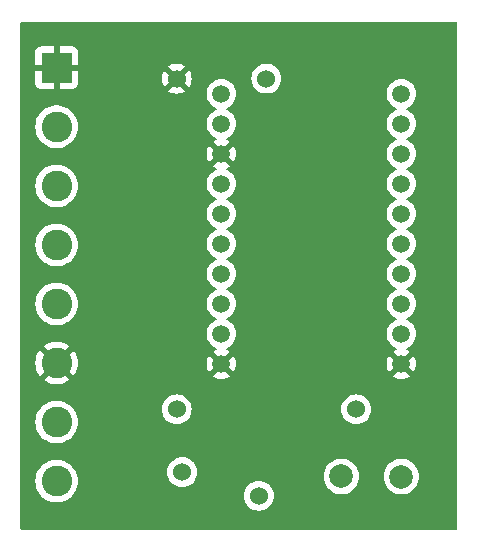
<source format=gbr>
%TF.GenerationSoftware,KiCad,Pcbnew,7.0.10*%
%TF.CreationDate,2024-02-19T12:02:35-07:00*%
%TF.ProjectId,jamie,6a616d69-652e-46b6-9963-61645f706362,rev?*%
%TF.SameCoordinates,Original*%
%TF.FileFunction,Copper,L2,Bot*%
%TF.FilePolarity,Positive*%
%FSLAX46Y46*%
G04 Gerber Fmt 4.6, Leading zero omitted, Abs format (unit mm)*
G04 Created by KiCad (PCBNEW 7.0.10) date 2024-02-19 12:02:35*
%MOMM*%
%LPD*%
G01*
G04 APERTURE LIST*
%TA.AperFunction,ComponentPad*%
%ADD10C,1.508000*%
%TD*%
%TA.AperFunction,ComponentPad*%
%ADD11C,1.524000*%
%TD*%
%TA.AperFunction,ComponentPad*%
%ADD12R,2.600000X2.600000*%
%TD*%
%TA.AperFunction,ComponentPad*%
%ADD13C,2.600000*%
%TD*%
%TA.AperFunction,ComponentPad*%
%ADD14C,2.000000*%
%TD*%
G04 APERTURE END LIST*
D10*
%TO.P,U2,0.02,0.02*%
%TO.N,/SW_0*%
X160020000Y-97790000D03*
%TO.P,U2,0.09,0.09*%
%TO.N,unconnected-(U2-Pad0.09)*%
X175260000Y-102870000D03*
%TO.P,U2,0.10,0.10*%
%TO.N,unconnected-(U2-Pad0.10)*%
X175260000Y-105410000D03*
%TO.P,U2,0.13,0.13*%
%TO.N,unconnected-(U2-Pad0.13)*%
X175260000Y-85090000D03*
%TO.P,U2,0.15,0.15*%
%TO.N,unconnected-(U2-Pad0.15)*%
X175260000Y-87630000D03*
%TO.P,U2,0.17,0.17*%
%TO.N,unconnected-(U2-Pad0.17)*%
X175260000Y-90170000D03*
%TO.P,U2,0.20,0.20*%
%TO.N,unconnected-(U2-Pad0.20)*%
X175260000Y-92710000D03*
%TO.P,U2,0.22,0.22*%
%TO.N,unconnected-(U2-Pad0.22)*%
X175260000Y-95250000D03*
%TO.P,U2,0.24,0.24*%
%TO.N,unconnected-(U2-Pad0.24)*%
X175260000Y-97790000D03*
%TO.P,U2,0.29,0.29*%
%TO.N,unconnected-(U2-Pad0.29)*%
X160020000Y-95250000D03*
%TO.P,U2,0.31,0.31*%
%TO.N,unconnected-(U2-Pad0.31)*%
X160020000Y-92710000D03*
%TO.P,U2,1.00,1.00*%
%TO.N,unconnected-(U2-Pad1.00)*%
X175260000Y-100330000D03*
%TO.P,U2,1.10,1.10*%
%TO.N,/SW_3*%
X160020000Y-105410000D03*
%TO.P,U2,1.13,1.13*%
%TO.N,/SW_2*%
X160020000Y-102870000D03*
%TO.P,U2,1.15,1.15*%
%TO.N,/SW_1*%
X160020000Y-100330000D03*
%TO.P,U2,G1,GND*%
%TO.N,GND*%
X175260000Y-107950000D03*
%TO.P,U2,G2,GND*%
X160020000Y-107950000D03*
%TO.P,U2,G3,GND*%
X160020000Y-90170000D03*
%TO.P,U2,OUT,OUT*%
%TO.N,unconnected-(U2-PadOUT)*%
X160020000Y-87630000D03*
%TO.P,U2,VBUS,VBUS*%
%TO.N,Net-(U1-+V)*%
X160020000Y-85090000D03*
%TD*%
D11*
%TO.P,U1,1,AC/L*%
%TO.N,/AC{slash}LF*%
X171430000Y-111790000D03*
%TO.P,U1,2,AC/N*%
%TO.N,/AC{slash}N*%
X156230000Y-111790000D03*
%TO.P,U1,3,-V*%
%TO.N,GND*%
X156230000Y-83790000D03*
%TO.P,U1,4,+V*%
%TO.N,Net-(U1-+V)*%
X163830000Y-83790000D03*
%TD*%
D12*
%TO.P,J1,1,Pin_1*%
%TO.N,GND*%
X146070000Y-82870000D03*
D13*
%TO.P,J1,2,Pin_2*%
%TO.N,/SW_0*%
X146070000Y-87870000D03*
%TO.P,J1,3,Pin_3*%
%TO.N,/SW_1*%
X146070000Y-92870000D03*
%TO.P,J1,4,Pin_4*%
%TO.N,/SW_2*%
X146070000Y-97870000D03*
%TO.P,J1,5,Pin_5*%
%TO.N,/SW_3*%
X146070000Y-102870000D03*
%TO.P,J1,6,Pin_6*%
%TO.N,GND*%
X146070000Y-107870000D03*
%TO.P,J1,7,Pin_7*%
%TO.N,/AC{slash}N*%
X146070000Y-112870000D03*
%TO.P,J1,8,Pin_8*%
%TO.N,/AC{slash}L*%
X146070000Y-117870000D03*
%TD*%
D14*
%TO.P,F1,2*%
%TO.N,/AC{slash}LF*%
X175260000Y-117485000D03*
%TO.P,F1,1*%
%TO.N,/AC{slash}L*%
X170180000Y-117475000D03*
%TD*%
D11*
%TO.P,C1,1*%
%TO.N,/AC{slash}N*%
X156695000Y-117110000D03*
%TO.P,C1,2*%
%TO.N,/AC{slash}L*%
X163195000Y-119110000D03*
%TD*%
%TA.AperFunction,Conductor*%
%TO.N,GND*%
G36*
X179942539Y-79020185D02*
G01*
X179988294Y-79072989D01*
X179999500Y-79124500D01*
X179999500Y-121875500D01*
X179979815Y-121942539D01*
X179927011Y-121988294D01*
X179875500Y-121999500D01*
X143124500Y-121999500D01*
X143057461Y-121979815D01*
X143011706Y-121927011D01*
X143000500Y-121875500D01*
X143000500Y-117870004D01*
X144264451Y-117870004D01*
X144284616Y-118139101D01*
X144344664Y-118402188D01*
X144344666Y-118402195D01*
X144443256Y-118653396D01*
X144443258Y-118653400D01*
X144456624Y-118676550D01*
X144578185Y-118887102D01*
X144656655Y-118985500D01*
X144746442Y-119098089D01*
X144933183Y-119271358D01*
X144944259Y-119281635D01*
X145167226Y-119433651D01*
X145410359Y-119550738D01*
X145668228Y-119630280D01*
X145668229Y-119630280D01*
X145668232Y-119630281D01*
X145935063Y-119670499D01*
X145935068Y-119670499D01*
X145935071Y-119670500D01*
X145935072Y-119670500D01*
X146204928Y-119670500D01*
X146204929Y-119670500D01*
X146204936Y-119670499D01*
X146471767Y-119630281D01*
X146471768Y-119630280D01*
X146471772Y-119630280D01*
X146729641Y-119550738D01*
X146972775Y-119433651D01*
X147195741Y-119281635D01*
X147380718Y-119110002D01*
X161927677Y-119110002D01*
X161946929Y-119330062D01*
X161946930Y-119330070D01*
X162004104Y-119543445D01*
X162004105Y-119543447D01*
X162004106Y-119543450D01*
X162044596Y-119630281D01*
X162097466Y-119743662D01*
X162097468Y-119743666D01*
X162224170Y-119924615D01*
X162224175Y-119924621D01*
X162380378Y-120080824D01*
X162380384Y-120080829D01*
X162561333Y-120207531D01*
X162561335Y-120207532D01*
X162561338Y-120207534D01*
X162761550Y-120300894D01*
X162974932Y-120358070D01*
X163132123Y-120371822D01*
X163194998Y-120377323D01*
X163195000Y-120377323D01*
X163195002Y-120377323D01*
X163250017Y-120372509D01*
X163415068Y-120358070D01*
X163628450Y-120300894D01*
X163828662Y-120207534D01*
X164009620Y-120080826D01*
X164165826Y-119924620D01*
X164292534Y-119743662D01*
X164385894Y-119543450D01*
X164443070Y-119330068D01*
X164462323Y-119110000D01*
X164443070Y-118889932D01*
X164385894Y-118676550D01*
X164292534Y-118476339D01*
X164165826Y-118295380D01*
X164009620Y-118139174D01*
X164009616Y-118139171D01*
X164009615Y-118139170D01*
X163828666Y-118012468D01*
X163828662Y-118012466D01*
X163828660Y-118012465D01*
X163628450Y-117919106D01*
X163628447Y-117919105D01*
X163628445Y-117919104D01*
X163415070Y-117861930D01*
X163415062Y-117861929D01*
X163195002Y-117842677D01*
X163194998Y-117842677D01*
X162974937Y-117861929D01*
X162974929Y-117861930D01*
X162761554Y-117919104D01*
X162761548Y-117919107D01*
X162561340Y-118012465D01*
X162561338Y-118012466D01*
X162380377Y-118139175D01*
X162224175Y-118295377D01*
X162097466Y-118476338D01*
X162097465Y-118476340D01*
X162004107Y-118676548D01*
X162004104Y-118676554D01*
X161946930Y-118889929D01*
X161946929Y-118889937D01*
X161927677Y-119109997D01*
X161927677Y-119110002D01*
X147380718Y-119110002D01*
X147393561Y-119098085D01*
X147561815Y-118887102D01*
X147696743Y-118653398D01*
X147795334Y-118402195D01*
X147855383Y-118139103D01*
X147864873Y-118012465D01*
X147875549Y-117870004D01*
X147875549Y-117869995D01*
X147855383Y-117600898D01*
X147795335Y-117337811D01*
X147795334Y-117337805D01*
X147705927Y-117110002D01*
X155427677Y-117110002D01*
X155446929Y-117330062D01*
X155446930Y-117330070D01*
X155504104Y-117543445D01*
X155504105Y-117543447D01*
X155504106Y-117543450D01*
X155587744Y-117722812D01*
X155597466Y-117743662D01*
X155597468Y-117743666D01*
X155724170Y-117924615D01*
X155724175Y-117924621D01*
X155880378Y-118080824D01*
X155880384Y-118080829D01*
X156061333Y-118207531D01*
X156061335Y-118207532D01*
X156061338Y-118207534D01*
X156261550Y-118300894D01*
X156474932Y-118358070D01*
X156632123Y-118371822D01*
X156694998Y-118377323D01*
X156695000Y-118377323D01*
X156695002Y-118377323D01*
X156750017Y-118372509D01*
X156915068Y-118358070D01*
X157128450Y-118300894D01*
X157328662Y-118207534D01*
X157509620Y-118080826D01*
X157665826Y-117924620D01*
X157792534Y-117743662D01*
X157885894Y-117543450D01*
X157904234Y-117475005D01*
X168674357Y-117475005D01*
X168694890Y-117722812D01*
X168694892Y-117722824D01*
X168755936Y-117963881D01*
X168855826Y-118191606D01*
X168991833Y-118399782D01*
X169024245Y-118434991D01*
X169160256Y-118582738D01*
X169356491Y-118735474D01*
X169575190Y-118853828D01*
X169810386Y-118934571D01*
X170055665Y-118975500D01*
X170304335Y-118975500D01*
X170549614Y-118934571D01*
X170784810Y-118853828D01*
X171003509Y-118735474D01*
X171199744Y-118582738D01*
X171368164Y-118399785D01*
X171504173Y-118191607D01*
X171604063Y-117963881D01*
X171665108Y-117722821D01*
X171679971Y-117543450D01*
X171684814Y-117485005D01*
X173754357Y-117485005D01*
X173774890Y-117732812D01*
X173774892Y-117732824D01*
X173835936Y-117973881D01*
X173935826Y-118201606D01*
X174071833Y-118409782D01*
X174071836Y-118409785D01*
X174240256Y-118592738D01*
X174436491Y-118745474D01*
X174436493Y-118745475D01*
X174636711Y-118853828D01*
X174655190Y-118863828D01*
X174890386Y-118944571D01*
X175135665Y-118985500D01*
X175384335Y-118985500D01*
X175629614Y-118944571D01*
X175864810Y-118863828D01*
X176083509Y-118745474D01*
X176279744Y-118592738D01*
X176448164Y-118409785D01*
X176584173Y-118201607D01*
X176684063Y-117973881D01*
X176745108Y-117732821D01*
X176745109Y-117732812D01*
X176765643Y-117485005D01*
X176765643Y-117484994D01*
X176745109Y-117237187D01*
X176745107Y-117237175D01*
X176684063Y-116996118D01*
X176584173Y-116768393D01*
X176448166Y-116560217D01*
X176426557Y-116536744D01*
X176279744Y-116377262D01*
X176083509Y-116224526D01*
X176083507Y-116224525D01*
X176083506Y-116224524D01*
X175864811Y-116106172D01*
X175864802Y-116106169D01*
X175629616Y-116025429D01*
X175384335Y-115984500D01*
X175135665Y-115984500D01*
X174890383Y-116025429D01*
X174655197Y-116106169D01*
X174655188Y-116106172D01*
X174436493Y-116224524D01*
X174240257Y-116377261D01*
X174071833Y-116560217D01*
X173935826Y-116768393D01*
X173835936Y-116996118D01*
X173774892Y-117237175D01*
X173774890Y-117237187D01*
X173754357Y-117484994D01*
X173754357Y-117485005D01*
X171684814Y-117485005D01*
X171685643Y-117475005D01*
X171685643Y-117474994D01*
X171665109Y-117227187D01*
X171665107Y-117227175D01*
X171604063Y-116986118D01*
X171504173Y-116758393D01*
X171368166Y-116550217D01*
X171283610Y-116458365D01*
X171199744Y-116367262D01*
X171003509Y-116214526D01*
X171003507Y-116214525D01*
X171003506Y-116214524D01*
X170784811Y-116096172D01*
X170784802Y-116096169D01*
X170549616Y-116015429D01*
X170304335Y-115974500D01*
X170055665Y-115974500D01*
X169810383Y-116015429D01*
X169575197Y-116096169D01*
X169575188Y-116096172D01*
X169356493Y-116214524D01*
X169160257Y-116367261D01*
X168991833Y-116550217D01*
X168855826Y-116758393D01*
X168755936Y-116986118D01*
X168694892Y-117227175D01*
X168694890Y-117227187D01*
X168674357Y-117474994D01*
X168674357Y-117475005D01*
X157904234Y-117475005D01*
X157943070Y-117330068D01*
X157962323Y-117110000D01*
X157943070Y-116889932D01*
X157885894Y-116676550D01*
X157792534Y-116476339D01*
X157673507Y-116306349D01*
X157665827Y-116295381D01*
X157594970Y-116224524D01*
X157509620Y-116139174D01*
X157509616Y-116139171D01*
X157509615Y-116139170D01*
X157328666Y-116012468D01*
X157328662Y-116012466D01*
X157247243Y-115974500D01*
X157128450Y-115919106D01*
X157128447Y-115919105D01*
X157128445Y-115919104D01*
X156915070Y-115861930D01*
X156915062Y-115861929D01*
X156695002Y-115842677D01*
X156694998Y-115842677D01*
X156474937Y-115861929D01*
X156474929Y-115861930D01*
X156261554Y-115919104D01*
X156261548Y-115919107D01*
X156061340Y-116012465D01*
X156061338Y-116012466D01*
X155880377Y-116139175D01*
X155724175Y-116295377D01*
X155597466Y-116476338D01*
X155597465Y-116476340D01*
X155504107Y-116676548D01*
X155504104Y-116676554D01*
X155446930Y-116889929D01*
X155446929Y-116889937D01*
X155427677Y-117109997D01*
X155427677Y-117110002D01*
X147705927Y-117110002D01*
X147696743Y-117086602D01*
X147561815Y-116852898D01*
X147393561Y-116641915D01*
X147393560Y-116641914D01*
X147393557Y-116641910D01*
X147195741Y-116458365D01*
X146972775Y-116306349D01*
X146972769Y-116306346D01*
X146972768Y-116306345D01*
X146972767Y-116306344D01*
X146729643Y-116189263D01*
X146729645Y-116189263D01*
X146471773Y-116109720D01*
X146471767Y-116109718D01*
X146204936Y-116069500D01*
X146204929Y-116069500D01*
X145935071Y-116069500D01*
X145935063Y-116069500D01*
X145668232Y-116109718D01*
X145668226Y-116109720D01*
X145410358Y-116189262D01*
X145167230Y-116306346D01*
X144944258Y-116458365D01*
X144746442Y-116641910D01*
X144578185Y-116852898D01*
X144443258Y-117086599D01*
X144443256Y-117086603D01*
X144344666Y-117337804D01*
X144344664Y-117337811D01*
X144284616Y-117600898D01*
X144264451Y-117869995D01*
X144264451Y-117870004D01*
X143000500Y-117870004D01*
X143000500Y-112870004D01*
X144264451Y-112870004D01*
X144284616Y-113139101D01*
X144344664Y-113402188D01*
X144344666Y-113402195D01*
X144443257Y-113653398D01*
X144578185Y-113887102D01*
X144714080Y-114057509D01*
X144746442Y-114098089D01*
X144933183Y-114271358D01*
X144944259Y-114281635D01*
X145167226Y-114433651D01*
X145410359Y-114550738D01*
X145668228Y-114630280D01*
X145668229Y-114630280D01*
X145668232Y-114630281D01*
X145935063Y-114670499D01*
X145935068Y-114670499D01*
X145935071Y-114670500D01*
X145935072Y-114670500D01*
X146204928Y-114670500D01*
X146204929Y-114670500D01*
X146204936Y-114670499D01*
X146471767Y-114630281D01*
X146471768Y-114630280D01*
X146471772Y-114630280D01*
X146729641Y-114550738D01*
X146972775Y-114433651D01*
X147195741Y-114281635D01*
X147393561Y-114098085D01*
X147561815Y-113887102D01*
X147696743Y-113653398D01*
X147795334Y-113402195D01*
X147855383Y-113139103D01*
X147874235Y-112887533D01*
X147875549Y-112870004D01*
X147875549Y-112869995D01*
X147855383Y-112600898D01*
X147795335Y-112337811D01*
X147795334Y-112337805D01*
X147696743Y-112086602D01*
X147561815Y-111852898D01*
X147511657Y-111790002D01*
X154962677Y-111790002D01*
X154981929Y-112010062D01*
X154981930Y-112010070D01*
X155039104Y-112223445D01*
X155039105Y-112223447D01*
X155039106Y-112223450D01*
X155092433Y-112337811D01*
X155132466Y-112423662D01*
X155132468Y-112423666D01*
X155259170Y-112604615D01*
X155259175Y-112604621D01*
X155415378Y-112760824D01*
X155415384Y-112760829D01*
X155596333Y-112887531D01*
X155596335Y-112887532D01*
X155596338Y-112887534D01*
X155796550Y-112980894D01*
X156009932Y-113038070D01*
X156167123Y-113051822D01*
X156229998Y-113057323D01*
X156230000Y-113057323D01*
X156230002Y-113057323D01*
X156285017Y-113052509D01*
X156450068Y-113038070D01*
X156663450Y-112980894D01*
X156863662Y-112887534D01*
X157044620Y-112760826D01*
X157200826Y-112604620D01*
X157327534Y-112423662D01*
X157420894Y-112223450D01*
X157478070Y-112010068D01*
X157497323Y-111790002D01*
X170162677Y-111790002D01*
X170181929Y-112010062D01*
X170181930Y-112010070D01*
X170239104Y-112223445D01*
X170239105Y-112223447D01*
X170239106Y-112223450D01*
X170292433Y-112337811D01*
X170332466Y-112423662D01*
X170332468Y-112423666D01*
X170459170Y-112604615D01*
X170459175Y-112604621D01*
X170615378Y-112760824D01*
X170615384Y-112760829D01*
X170796333Y-112887531D01*
X170796335Y-112887532D01*
X170796338Y-112887534D01*
X170996550Y-112980894D01*
X171209932Y-113038070D01*
X171367123Y-113051822D01*
X171429998Y-113057323D01*
X171430000Y-113057323D01*
X171430002Y-113057323D01*
X171485017Y-113052509D01*
X171650068Y-113038070D01*
X171863450Y-112980894D01*
X172063662Y-112887534D01*
X172244620Y-112760826D01*
X172400826Y-112604620D01*
X172527534Y-112423662D01*
X172620894Y-112223450D01*
X172678070Y-112010068D01*
X172697323Y-111790000D01*
X172678070Y-111569932D01*
X172620894Y-111356550D01*
X172527534Y-111156339D01*
X172400826Y-110975380D01*
X172244620Y-110819174D01*
X172244616Y-110819171D01*
X172244615Y-110819170D01*
X172063666Y-110692468D01*
X172063662Y-110692466D01*
X172063660Y-110692465D01*
X171863450Y-110599106D01*
X171863447Y-110599105D01*
X171863445Y-110599104D01*
X171650070Y-110541930D01*
X171650062Y-110541929D01*
X171430002Y-110522677D01*
X171429998Y-110522677D01*
X171209937Y-110541929D01*
X171209929Y-110541930D01*
X170996554Y-110599104D01*
X170996548Y-110599107D01*
X170796340Y-110692465D01*
X170796338Y-110692466D01*
X170615377Y-110819175D01*
X170459175Y-110975377D01*
X170332466Y-111156338D01*
X170332465Y-111156340D01*
X170239107Y-111356548D01*
X170239104Y-111356554D01*
X170181930Y-111569929D01*
X170181929Y-111569937D01*
X170162677Y-111789997D01*
X170162677Y-111790002D01*
X157497323Y-111790002D01*
X157497323Y-111790000D01*
X157478070Y-111569932D01*
X157420894Y-111356550D01*
X157327534Y-111156339D01*
X157200826Y-110975380D01*
X157044620Y-110819174D01*
X157044616Y-110819171D01*
X157044615Y-110819170D01*
X156863666Y-110692468D01*
X156863662Y-110692466D01*
X156863660Y-110692465D01*
X156663450Y-110599106D01*
X156663447Y-110599105D01*
X156663445Y-110599104D01*
X156450070Y-110541930D01*
X156450062Y-110541929D01*
X156230002Y-110522677D01*
X156229998Y-110522677D01*
X156009937Y-110541929D01*
X156009929Y-110541930D01*
X155796554Y-110599104D01*
X155796548Y-110599107D01*
X155596340Y-110692465D01*
X155596338Y-110692466D01*
X155415377Y-110819175D01*
X155259175Y-110975377D01*
X155132466Y-111156338D01*
X155132465Y-111156340D01*
X155039107Y-111356548D01*
X155039104Y-111356554D01*
X154981930Y-111569929D01*
X154981929Y-111569937D01*
X154962677Y-111789997D01*
X154962677Y-111790002D01*
X147511657Y-111790002D01*
X147393561Y-111641915D01*
X147393560Y-111641914D01*
X147393557Y-111641910D01*
X147195741Y-111458365D01*
X146972775Y-111306349D01*
X146972769Y-111306346D01*
X146972768Y-111306345D01*
X146972767Y-111306344D01*
X146729643Y-111189263D01*
X146729645Y-111189263D01*
X146471773Y-111109720D01*
X146471767Y-111109718D01*
X146204936Y-111069500D01*
X146204929Y-111069500D01*
X145935071Y-111069500D01*
X145935063Y-111069500D01*
X145668232Y-111109718D01*
X145668226Y-111109720D01*
X145410358Y-111189262D01*
X145167230Y-111306346D01*
X144944258Y-111458365D01*
X144746442Y-111641910D01*
X144578185Y-111852898D01*
X144443258Y-112086599D01*
X144443256Y-112086603D01*
X144344666Y-112337804D01*
X144344664Y-112337811D01*
X144284616Y-112600898D01*
X144264451Y-112869995D01*
X144264451Y-112870004D01*
X143000500Y-112870004D01*
X143000500Y-107870004D01*
X144264953Y-107870004D01*
X144285113Y-108139026D01*
X144285113Y-108139028D01*
X144345142Y-108402033D01*
X144345148Y-108402052D01*
X144443709Y-108653181D01*
X144443708Y-108653181D01*
X144578602Y-108886822D01*
X144632294Y-108954151D01*
X144632295Y-108954151D01*
X145467452Y-108118993D01*
X145477188Y-108148956D01*
X145565186Y-108287619D01*
X145684903Y-108400040D01*
X145819510Y-108474041D01*
X144984848Y-109308702D01*
X145167483Y-109433220D01*
X145167485Y-109433221D01*
X145410539Y-109550269D01*
X145410537Y-109550269D01*
X145668337Y-109629790D01*
X145668343Y-109629792D01*
X145935101Y-109669999D01*
X145935110Y-109670000D01*
X146204890Y-109670000D01*
X146204898Y-109669999D01*
X146471656Y-109629792D01*
X146471662Y-109629790D01*
X146729461Y-109550269D01*
X146972521Y-109433218D01*
X147155150Y-109308702D01*
X146317534Y-108471086D01*
X146385629Y-108444126D01*
X146518492Y-108347595D01*
X146623175Y-108221055D01*
X146671631Y-108118079D01*
X147507703Y-108954151D01*
X147507704Y-108954150D01*
X147561393Y-108886828D01*
X147561400Y-108886817D01*
X147696290Y-108653181D01*
X147794851Y-108402052D01*
X147794857Y-108402033D01*
X147854886Y-108139028D01*
X147854886Y-108139026D01*
X147875047Y-107870004D01*
X147875047Y-107869995D01*
X147854886Y-107600973D01*
X147854886Y-107600971D01*
X147794857Y-107337966D01*
X147794851Y-107337947D01*
X147696290Y-107086818D01*
X147696291Y-107086818D01*
X147561397Y-106853177D01*
X147507704Y-106785847D01*
X146672546Y-107621004D01*
X146662812Y-107591044D01*
X146574814Y-107452381D01*
X146455097Y-107339960D01*
X146320489Y-107265958D01*
X147155150Y-106431296D01*
X146972517Y-106306779D01*
X146972516Y-106306778D01*
X146729460Y-106189730D01*
X146729462Y-106189730D01*
X146471662Y-106110209D01*
X146471656Y-106110207D01*
X146204898Y-106070000D01*
X145935101Y-106070000D01*
X145668343Y-106110207D01*
X145668337Y-106110209D01*
X145410538Y-106189730D01*
X145167485Y-106306778D01*
X145167476Y-106306783D01*
X144984848Y-106431296D01*
X145822465Y-107268913D01*
X145754371Y-107295874D01*
X145621508Y-107392405D01*
X145516825Y-107518945D01*
X145468368Y-107621921D01*
X144632295Y-106785848D01*
X144578600Y-106853180D01*
X144443709Y-107086818D01*
X144345148Y-107337947D01*
X144345142Y-107337966D01*
X144285113Y-107600971D01*
X144285113Y-107600973D01*
X144264953Y-107869995D01*
X144264953Y-107870004D01*
X143000500Y-107870004D01*
X143000500Y-105410000D01*
X158760708Y-105410000D01*
X158779839Y-105628674D01*
X158836653Y-105840703D01*
X158836654Y-105840706D01*
X158836655Y-105840708D01*
X158929419Y-106039642D01*
X158929423Y-106039650D01*
X159055322Y-106219452D01*
X159055327Y-106219458D01*
X159210541Y-106374672D01*
X159210547Y-106374677D01*
X159390349Y-106500576D01*
X159390351Y-106500577D01*
X159390354Y-106500579D01*
X159493513Y-106548682D01*
X159534710Y-106567893D01*
X159587150Y-106614065D01*
X159606302Y-106681258D01*
X159586086Y-106748140D01*
X159534712Y-106792657D01*
X159390603Y-106859857D01*
X159327556Y-106904003D01*
X159327555Y-106904003D01*
X159887466Y-107463913D01*
X159877685Y-107465320D01*
X159746900Y-107525048D01*
X159638239Y-107619202D01*
X159560507Y-107740156D01*
X159536923Y-107820475D01*
X158974003Y-107257555D01*
X158974003Y-107257556D01*
X158929856Y-107320604D01*
X158929855Y-107320606D01*
X158837124Y-107519466D01*
X158837121Y-107519475D01*
X158780335Y-107731407D01*
X158780333Y-107731417D01*
X158761210Y-107949999D01*
X158761210Y-107950000D01*
X158780333Y-108168582D01*
X158780335Y-108168592D01*
X158837121Y-108380524D01*
X158837125Y-108380533D01*
X158929854Y-108579392D01*
X158974003Y-108642443D01*
X159536923Y-108079523D01*
X159560507Y-108159844D01*
X159638239Y-108280798D01*
X159746900Y-108374952D01*
X159877685Y-108434680D01*
X159887466Y-108436086D01*
X159327555Y-108995996D01*
X159390601Y-109040142D01*
X159390605Y-109040144D01*
X159589466Y-109132874D01*
X159589475Y-109132878D01*
X159801407Y-109189664D01*
X159801417Y-109189666D01*
X160019999Y-109208790D01*
X160020001Y-109208790D01*
X160238582Y-109189666D01*
X160238592Y-109189664D01*
X160450524Y-109132878D01*
X160450533Y-109132874D01*
X160649392Y-109040145D01*
X160712443Y-108995995D01*
X160152534Y-108436086D01*
X160162315Y-108434680D01*
X160293100Y-108374952D01*
X160401761Y-108280798D01*
X160479493Y-108159844D01*
X160503076Y-108079523D01*
X161065995Y-108642442D01*
X161110145Y-108579392D01*
X161202874Y-108380533D01*
X161202878Y-108380524D01*
X161259664Y-108168592D01*
X161259666Y-108168582D01*
X161278790Y-107950000D01*
X161278790Y-107949999D01*
X161259666Y-107731417D01*
X161259664Y-107731407D01*
X161202878Y-107519475D01*
X161202874Y-107519466D01*
X161110144Y-107320605D01*
X161110142Y-107320601D01*
X161065996Y-107257555D01*
X160503076Y-107820475D01*
X160479493Y-107740156D01*
X160401761Y-107619202D01*
X160293100Y-107525048D01*
X160162315Y-107465320D01*
X160152533Y-107463913D01*
X160712443Y-106904003D01*
X160649392Y-106859854D01*
X160505288Y-106792657D01*
X160452849Y-106746484D01*
X160433697Y-106679291D01*
X160453913Y-106612410D01*
X160505288Y-106567893D01*
X160649646Y-106500579D01*
X160829457Y-106374674D01*
X160984674Y-106219457D01*
X161110579Y-106039646D01*
X161203347Y-105840703D01*
X161260161Y-105628674D01*
X161279292Y-105410000D01*
X174000708Y-105410000D01*
X174019839Y-105628674D01*
X174076653Y-105840703D01*
X174076654Y-105840706D01*
X174076655Y-105840708D01*
X174169419Y-106039642D01*
X174169423Y-106039650D01*
X174295322Y-106219452D01*
X174295327Y-106219458D01*
X174450541Y-106374672D01*
X174450547Y-106374677D01*
X174630349Y-106500576D01*
X174630351Y-106500577D01*
X174630354Y-106500579D01*
X174733513Y-106548682D01*
X174774710Y-106567893D01*
X174827150Y-106614065D01*
X174846302Y-106681258D01*
X174826086Y-106748140D01*
X174774712Y-106792657D01*
X174630603Y-106859857D01*
X174567556Y-106904003D01*
X174567555Y-106904003D01*
X175127466Y-107463913D01*
X175117685Y-107465320D01*
X174986900Y-107525048D01*
X174878239Y-107619202D01*
X174800507Y-107740156D01*
X174776923Y-107820475D01*
X174214003Y-107257555D01*
X174214003Y-107257556D01*
X174169856Y-107320604D01*
X174169855Y-107320606D01*
X174077124Y-107519466D01*
X174077121Y-107519475D01*
X174020335Y-107731407D01*
X174020333Y-107731417D01*
X174001210Y-107949999D01*
X174001210Y-107950000D01*
X174020333Y-108168582D01*
X174020335Y-108168592D01*
X174077121Y-108380524D01*
X174077125Y-108380533D01*
X174169854Y-108579392D01*
X174214003Y-108642443D01*
X174776923Y-108079523D01*
X174800507Y-108159844D01*
X174878239Y-108280798D01*
X174986900Y-108374952D01*
X175117685Y-108434680D01*
X175127466Y-108436086D01*
X174567555Y-108995996D01*
X174630601Y-109040142D01*
X174630605Y-109040144D01*
X174829466Y-109132874D01*
X174829475Y-109132878D01*
X175041407Y-109189664D01*
X175041417Y-109189666D01*
X175259999Y-109208790D01*
X175260001Y-109208790D01*
X175478582Y-109189666D01*
X175478592Y-109189664D01*
X175690524Y-109132878D01*
X175690533Y-109132874D01*
X175889392Y-109040145D01*
X175952443Y-108995995D01*
X175392534Y-108436086D01*
X175402315Y-108434680D01*
X175533100Y-108374952D01*
X175641761Y-108280798D01*
X175719493Y-108159844D01*
X175743076Y-108079523D01*
X176305995Y-108642442D01*
X176350145Y-108579392D01*
X176442874Y-108380533D01*
X176442878Y-108380524D01*
X176499664Y-108168592D01*
X176499666Y-108168582D01*
X176518790Y-107950000D01*
X176518790Y-107949999D01*
X176499666Y-107731417D01*
X176499664Y-107731407D01*
X176442878Y-107519475D01*
X176442874Y-107519466D01*
X176350144Y-107320605D01*
X176350142Y-107320601D01*
X176305996Y-107257555D01*
X175743076Y-107820475D01*
X175719493Y-107740156D01*
X175641761Y-107619202D01*
X175533100Y-107525048D01*
X175402315Y-107465320D01*
X175392533Y-107463913D01*
X175952443Y-106904003D01*
X175889392Y-106859854D01*
X175745288Y-106792657D01*
X175692849Y-106746484D01*
X175673697Y-106679291D01*
X175693913Y-106612410D01*
X175745288Y-106567893D01*
X175889646Y-106500579D01*
X176069457Y-106374674D01*
X176224674Y-106219457D01*
X176350579Y-106039646D01*
X176443347Y-105840703D01*
X176500161Y-105628674D01*
X176519292Y-105410000D01*
X176500161Y-105191326D01*
X176443347Y-104979297D01*
X176350579Y-104780354D01*
X176350577Y-104780351D01*
X176350576Y-104780349D01*
X176224677Y-104600547D01*
X176224672Y-104600541D01*
X176069458Y-104445327D01*
X176069452Y-104445322D01*
X175889650Y-104319423D01*
X175889642Y-104319419D01*
X175745879Y-104252382D01*
X175693439Y-104206210D01*
X175674287Y-104139017D01*
X175694502Y-104072136D01*
X175745879Y-104027618D01*
X175889646Y-103960579D01*
X176069457Y-103834674D01*
X176224674Y-103679457D01*
X176350579Y-103499646D01*
X176443347Y-103300703D01*
X176500161Y-103088674D01*
X176519292Y-102870000D01*
X176500161Y-102651326D01*
X176443347Y-102439297D01*
X176350579Y-102240354D01*
X176350577Y-102240351D01*
X176350576Y-102240349D01*
X176224677Y-102060547D01*
X176224672Y-102060541D01*
X176069458Y-101905327D01*
X176069452Y-101905322D01*
X175889650Y-101779423D01*
X175889642Y-101779419D01*
X175745879Y-101712382D01*
X175693439Y-101666210D01*
X175674287Y-101599017D01*
X175694502Y-101532136D01*
X175745879Y-101487618D01*
X175889646Y-101420579D01*
X176069457Y-101294674D01*
X176224674Y-101139457D01*
X176350579Y-100959646D01*
X176443347Y-100760703D01*
X176500161Y-100548674D01*
X176519292Y-100330000D01*
X176500161Y-100111326D01*
X176443347Y-99899297D01*
X176350579Y-99700354D01*
X176350577Y-99700351D01*
X176350576Y-99700349D01*
X176224677Y-99520547D01*
X176224672Y-99520541D01*
X176069458Y-99365327D01*
X176069452Y-99365322D01*
X175889650Y-99239423D01*
X175889642Y-99239419D01*
X175745879Y-99172382D01*
X175693439Y-99126210D01*
X175674287Y-99059017D01*
X175694502Y-98992136D01*
X175745879Y-98947618D01*
X175889646Y-98880579D01*
X176069457Y-98754674D01*
X176224674Y-98599457D01*
X176350579Y-98419646D01*
X176443347Y-98220703D01*
X176500161Y-98008674D01*
X176519292Y-97790000D01*
X176500161Y-97571326D01*
X176443347Y-97359297D01*
X176350579Y-97160354D01*
X176350577Y-97160351D01*
X176350576Y-97160349D01*
X176224677Y-96980547D01*
X176224672Y-96980541D01*
X176069458Y-96825327D01*
X176069452Y-96825322D01*
X175889650Y-96699423D01*
X175889642Y-96699419D01*
X175745879Y-96632382D01*
X175693439Y-96586210D01*
X175674287Y-96519017D01*
X175694502Y-96452136D01*
X175745879Y-96407618D01*
X175889646Y-96340579D01*
X176069457Y-96214674D01*
X176224674Y-96059457D01*
X176350579Y-95879646D01*
X176443347Y-95680703D01*
X176500161Y-95468674D01*
X176519292Y-95250000D01*
X176500161Y-95031326D01*
X176443347Y-94819297D01*
X176350579Y-94620354D01*
X176350577Y-94620351D01*
X176350576Y-94620349D01*
X176224677Y-94440547D01*
X176224672Y-94440541D01*
X176069458Y-94285327D01*
X176069452Y-94285322D01*
X175889650Y-94159423D01*
X175889642Y-94159419D01*
X175758118Y-94098089D01*
X175745878Y-94092381D01*
X175693439Y-94046210D01*
X175674287Y-93979017D01*
X175694502Y-93912136D01*
X175745879Y-93867618D01*
X175889646Y-93800579D01*
X176069457Y-93674674D01*
X176224674Y-93519457D01*
X176350579Y-93339646D01*
X176443347Y-93140703D01*
X176500161Y-92928674D01*
X176519292Y-92710000D01*
X176500161Y-92491326D01*
X176443347Y-92279297D01*
X176350579Y-92080354D01*
X176350577Y-92080351D01*
X176350576Y-92080349D01*
X176224677Y-91900547D01*
X176224672Y-91900541D01*
X176069458Y-91745327D01*
X176069452Y-91745322D01*
X175889650Y-91619423D01*
X175889642Y-91619419D01*
X175745879Y-91552382D01*
X175693439Y-91506210D01*
X175674287Y-91439017D01*
X175694502Y-91372136D01*
X175745879Y-91327618D01*
X175746471Y-91327342D01*
X175889646Y-91260579D01*
X176069457Y-91134674D01*
X176224674Y-90979457D01*
X176350579Y-90799646D01*
X176443347Y-90600703D01*
X176500161Y-90388674D01*
X176519292Y-90170000D01*
X176500161Y-89951326D01*
X176443347Y-89739297D01*
X176350579Y-89540354D01*
X176350577Y-89540351D01*
X176350576Y-89540349D01*
X176224677Y-89360547D01*
X176224672Y-89360541D01*
X176069458Y-89205327D01*
X176069452Y-89205322D01*
X175889650Y-89079423D01*
X175889642Y-89079419D01*
X175745879Y-89012382D01*
X175693439Y-88966210D01*
X175674287Y-88899017D01*
X175694502Y-88832136D01*
X175745879Y-88787618D01*
X175889646Y-88720579D01*
X176069457Y-88594674D01*
X176224674Y-88439457D01*
X176350579Y-88259646D01*
X176443347Y-88060703D01*
X176500161Y-87848674D01*
X176519292Y-87630000D01*
X176500161Y-87411326D01*
X176443347Y-87199297D01*
X176350579Y-87000354D01*
X176350577Y-87000351D01*
X176350576Y-87000349D01*
X176224677Y-86820547D01*
X176224672Y-86820541D01*
X176069458Y-86665327D01*
X176069452Y-86665322D01*
X175889650Y-86539423D01*
X175889642Y-86539419D01*
X175745879Y-86472382D01*
X175693439Y-86426210D01*
X175674287Y-86359017D01*
X175694502Y-86292136D01*
X175745879Y-86247618D01*
X175889646Y-86180579D01*
X176069457Y-86054674D01*
X176224674Y-85899457D01*
X176350579Y-85719646D01*
X176443347Y-85520703D01*
X176500161Y-85308674D01*
X176519292Y-85090000D01*
X176500161Y-84871326D01*
X176443347Y-84659297D01*
X176350579Y-84460354D01*
X176350577Y-84460351D01*
X176350576Y-84460349D01*
X176224677Y-84280547D01*
X176224672Y-84280541D01*
X176069458Y-84125327D01*
X176069452Y-84125322D01*
X175889650Y-83999423D01*
X175889642Y-83999419D01*
X175690708Y-83906655D01*
X175690706Y-83906654D01*
X175690703Y-83906653D01*
X175539885Y-83866240D01*
X175478675Y-83849839D01*
X175478668Y-83849838D01*
X175260002Y-83830708D01*
X175259998Y-83830708D01*
X175041331Y-83849838D01*
X175041324Y-83849839D01*
X174918902Y-83882642D01*
X174829297Y-83906653D01*
X174829295Y-83906653D01*
X174829291Y-83906655D01*
X174630357Y-83999419D01*
X174630349Y-83999423D01*
X174450547Y-84125322D01*
X174450541Y-84125327D01*
X174295327Y-84280541D01*
X174295322Y-84280547D01*
X174169423Y-84460349D01*
X174169419Y-84460357D01*
X174076655Y-84659291D01*
X174076653Y-84659295D01*
X174076653Y-84659297D01*
X174073785Y-84670000D01*
X174019839Y-84871324D01*
X174019838Y-84871331D01*
X174000708Y-85089997D01*
X174000708Y-85090000D01*
X174019839Y-85308674D01*
X174076653Y-85520703D01*
X174076654Y-85520706D01*
X174076655Y-85520708D01*
X174169419Y-85719642D01*
X174169423Y-85719650D01*
X174295322Y-85899452D01*
X174295327Y-85899458D01*
X174450541Y-86054672D01*
X174450547Y-86054677D01*
X174630349Y-86180576D01*
X174630351Y-86180577D01*
X174630354Y-86180579D01*
X174714963Y-86220032D01*
X174774120Y-86247618D01*
X174826560Y-86293790D01*
X174845712Y-86360983D01*
X174825496Y-86427865D01*
X174774120Y-86472382D01*
X174630357Y-86539419D01*
X174630349Y-86539423D01*
X174450547Y-86665322D01*
X174450541Y-86665327D01*
X174295327Y-86820541D01*
X174295322Y-86820547D01*
X174169423Y-87000349D01*
X174169419Y-87000357D01*
X174076655Y-87199291D01*
X174019839Y-87411324D01*
X174019838Y-87411331D01*
X174003254Y-87600897D01*
X174000708Y-87630000D01*
X174019839Y-87848674D01*
X174076653Y-88060703D01*
X174076654Y-88060706D01*
X174076655Y-88060708D01*
X174169419Y-88259642D01*
X174169423Y-88259650D01*
X174295322Y-88439452D01*
X174295327Y-88439458D01*
X174450541Y-88594672D01*
X174450547Y-88594677D01*
X174630349Y-88720576D01*
X174630351Y-88720577D01*
X174630354Y-88720579D01*
X174714963Y-88760032D01*
X174774120Y-88787618D01*
X174826560Y-88833790D01*
X174845712Y-88900983D01*
X174825496Y-88967865D01*
X174774120Y-89012382D01*
X174630357Y-89079419D01*
X174630349Y-89079423D01*
X174450547Y-89205322D01*
X174450541Y-89205327D01*
X174295327Y-89360541D01*
X174295322Y-89360547D01*
X174169423Y-89540349D01*
X174169419Y-89540357D01*
X174076655Y-89739291D01*
X174076653Y-89739295D01*
X174076653Y-89739297D01*
X174075112Y-89745048D01*
X174019839Y-89951324D01*
X174019838Y-89951331D01*
X174000708Y-90169997D01*
X174000708Y-90170002D01*
X174019831Y-90388592D01*
X174019839Y-90388674D01*
X174076653Y-90600703D01*
X174076654Y-90600706D01*
X174076655Y-90600708D01*
X174169419Y-90799642D01*
X174169423Y-90799650D01*
X174295322Y-90979452D01*
X174295327Y-90979458D01*
X174450541Y-91134672D01*
X174450547Y-91134677D01*
X174630349Y-91260576D01*
X174630351Y-91260577D01*
X174630354Y-91260579D01*
X174714963Y-91300032D01*
X174774120Y-91327618D01*
X174826560Y-91373790D01*
X174845712Y-91440983D01*
X174825496Y-91507865D01*
X174774120Y-91552382D01*
X174630357Y-91619419D01*
X174630349Y-91619423D01*
X174450547Y-91745322D01*
X174450541Y-91745327D01*
X174295327Y-91900541D01*
X174295322Y-91900547D01*
X174169423Y-92080349D01*
X174169419Y-92080357D01*
X174076655Y-92279291D01*
X174019839Y-92491324D01*
X174019838Y-92491331D01*
X174000708Y-92709997D01*
X174000708Y-92710002D01*
X174014705Y-92870000D01*
X174019839Y-92928674D01*
X174076653Y-93140703D01*
X174076654Y-93140706D01*
X174076655Y-93140708D01*
X174169419Y-93339642D01*
X174169423Y-93339650D01*
X174295322Y-93519452D01*
X174295327Y-93519458D01*
X174450541Y-93674672D01*
X174450547Y-93674677D01*
X174630349Y-93800576D01*
X174630351Y-93800577D01*
X174630354Y-93800579D01*
X174714963Y-93840032D01*
X174774120Y-93867618D01*
X174826560Y-93913790D01*
X174845712Y-93980983D01*
X174825496Y-94047865D01*
X174774120Y-94092382D01*
X174630357Y-94159419D01*
X174630349Y-94159423D01*
X174450547Y-94285322D01*
X174450541Y-94285327D01*
X174295327Y-94440541D01*
X174295322Y-94440547D01*
X174169423Y-94620349D01*
X174169419Y-94620357D01*
X174076655Y-94819291D01*
X174019839Y-95031324D01*
X174019838Y-95031331D01*
X174000708Y-95249997D01*
X174000708Y-95250000D01*
X174019839Y-95468674D01*
X174076653Y-95680703D01*
X174076654Y-95680706D01*
X174076655Y-95680708D01*
X174169419Y-95879642D01*
X174169423Y-95879650D01*
X174295322Y-96059452D01*
X174295327Y-96059458D01*
X174450541Y-96214672D01*
X174450547Y-96214677D01*
X174630349Y-96340576D01*
X174630351Y-96340577D01*
X174630354Y-96340579D01*
X174714963Y-96380032D01*
X174774120Y-96407618D01*
X174826560Y-96453790D01*
X174845712Y-96520983D01*
X174825496Y-96587865D01*
X174774120Y-96632382D01*
X174630357Y-96699419D01*
X174630349Y-96699423D01*
X174450547Y-96825322D01*
X174450541Y-96825327D01*
X174295327Y-96980541D01*
X174295322Y-96980547D01*
X174169423Y-97160349D01*
X174169419Y-97160357D01*
X174076655Y-97359291D01*
X174019839Y-97571324D01*
X174019838Y-97571331D01*
X174000708Y-97789997D01*
X174000708Y-97790000D01*
X174019839Y-98008674D01*
X174076653Y-98220703D01*
X174076654Y-98220706D01*
X174076655Y-98220708D01*
X174169419Y-98419642D01*
X174169423Y-98419650D01*
X174295322Y-98599452D01*
X174295327Y-98599458D01*
X174450541Y-98754672D01*
X174450547Y-98754677D01*
X174630349Y-98880576D01*
X174630351Y-98880577D01*
X174630354Y-98880579D01*
X174644341Y-98887101D01*
X174774120Y-98947618D01*
X174826560Y-98993790D01*
X174845712Y-99060983D01*
X174825496Y-99127865D01*
X174774120Y-99172382D01*
X174630357Y-99239419D01*
X174630349Y-99239423D01*
X174450547Y-99365322D01*
X174450541Y-99365327D01*
X174295327Y-99520541D01*
X174295322Y-99520547D01*
X174169423Y-99700349D01*
X174169419Y-99700357D01*
X174076655Y-99899291D01*
X174019839Y-100111324D01*
X174019838Y-100111331D01*
X174000708Y-100329997D01*
X174000708Y-100330000D01*
X174019839Y-100548674D01*
X174076653Y-100760703D01*
X174076654Y-100760706D01*
X174076655Y-100760708D01*
X174169419Y-100959642D01*
X174169423Y-100959650D01*
X174295322Y-101139452D01*
X174295327Y-101139458D01*
X174450541Y-101294672D01*
X174450547Y-101294677D01*
X174630349Y-101420576D01*
X174630351Y-101420577D01*
X174630354Y-101420579D01*
X174711387Y-101458365D01*
X174774120Y-101487618D01*
X174826560Y-101533790D01*
X174845712Y-101600983D01*
X174825496Y-101667865D01*
X174774120Y-101712382D01*
X174630357Y-101779419D01*
X174630349Y-101779423D01*
X174450547Y-101905322D01*
X174450541Y-101905327D01*
X174295327Y-102060541D01*
X174295322Y-102060547D01*
X174169423Y-102240349D01*
X174169419Y-102240357D01*
X174076655Y-102439291D01*
X174019839Y-102651324D01*
X174019838Y-102651331D01*
X174000708Y-102869995D01*
X174000708Y-102870000D01*
X174019839Y-103088674D01*
X174076653Y-103300703D01*
X174076654Y-103300706D01*
X174076655Y-103300708D01*
X174169419Y-103499642D01*
X174169423Y-103499650D01*
X174295322Y-103679452D01*
X174295327Y-103679458D01*
X174450541Y-103834672D01*
X174450547Y-103834677D01*
X174630349Y-103960576D01*
X174630351Y-103960577D01*
X174630354Y-103960579D01*
X174714963Y-104000032D01*
X174774120Y-104027618D01*
X174826560Y-104073790D01*
X174845712Y-104140983D01*
X174825496Y-104207865D01*
X174774120Y-104252382D01*
X174630357Y-104319419D01*
X174630349Y-104319423D01*
X174450547Y-104445322D01*
X174450541Y-104445327D01*
X174295327Y-104600541D01*
X174295322Y-104600547D01*
X174169423Y-104780349D01*
X174169419Y-104780357D01*
X174076655Y-104979291D01*
X174019839Y-105191324D01*
X174019838Y-105191331D01*
X174000708Y-105409997D01*
X174000708Y-105410000D01*
X161279292Y-105410000D01*
X161260161Y-105191326D01*
X161203347Y-104979297D01*
X161110579Y-104780354D01*
X161110577Y-104780351D01*
X161110576Y-104780349D01*
X160984677Y-104600547D01*
X160984672Y-104600541D01*
X160829458Y-104445327D01*
X160829452Y-104445322D01*
X160649650Y-104319423D01*
X160649642Y-104319419D01*
X160505879Y-104252382D01*
X160453439Y-104206210D01*
X160434287Y-104139017D01*
X160454502Y-104072136D01*
X160505879Y-104027618D01*
X160649646Y-103960579D01*
X160829457Y-103834674D01*
X160984674Y-103679457D01*
X161110579Y-103499646D01*
X161203347Y-103300703D01*
X161260161Y-103088674D01*
X161279292Y-102870000D01*
X161260161Y-102651326D01*
X161203347Y-102439297D01*
X161110579Y-102240354D01*
X161110577Y-102240351D01*
X161110576Y-102240349D01*
X160984677Y-102060547D01*
X160984672Y-102060541D01*
X160829458Y-101905327D01*
X160829452Y-101905322D01*
X160649650Y-101779423D01*
X160649642Y-101779419D01*
X160505879Y-101712382D01*
X160453439Y-101666210D01*
X160434287Y-101599017D01*
X160454502Y-101532136D01*
X160505879Y-101487618D01*
X160649646Y-101420579D01*
X160829457Y-101294674D01*
X160984674Y-101139457D01*
X161110579Y-100959646D01*
X161203347Y-100760703D01*
X161260161Y-100548674D01*
X161279292Y-100330000D01*
X161260161Y-100111326D01*
X161203347Y-99899297D01*
X161110579Y-99700354D01*
X161110577Y-99700351D01*
X161110576Y-99700349D01*
X160984677Y-99520547D01*
X160984672Y-99520541D01*
X160829458Y-99365327D01*
X160829452Y-99365322D01*
X160649650Y-99239423D01*
X160649642Y-99239419D01*
X160505879Y-99172382D01*
X160453439Y-99126210D01*
X160434287Y-99059017D01*
X160454502Y-98992136D01*
X160505879Y-98947618D01*
X160649646Y-98880579D01*
X160829457Y-98754674D01*
X160984674Y-98599457D01*
X161110579Y-98419646D01*
X161203347Y-98220703D01*
X161260161Y-98008674D01*
X161279292Y-97790000D01*
X161260161Y-97571326D01*
X161203347Y-97359297D01*
X161110579Y-97160354D01*
X161110577Y-97160351D01*
X161110576Y-97160349D01*
X160984677Y-96980547D01*
X160984672Y-96980541D01*
X160829458Y-96825327D01*
X160829452Y-96825322D01*
X160649650Y-96699423D01*
X160649642Y-96699419D01*
X160505879Y-96632382D01*
X160453439Y-96586210D01*
X160434287Y-96519017D01*
X160454502Y-96452136D01*
X160505879Y-96407618D01*
X160649646Y-96340579D01*
X160829457Y-96214674D01*
X160984674Y-96059457D01*
X161110579Y-95879646D01*
X161203347Y-95680703D01*
X161260161Y-95468674D01*
X161279292Y-95250000D01*
X161260161Y-95031326D01*
X161203347Y-94819297D01*
X161110579Y-94620354D01*
X161110577Y-94620351D01*
X161110576Y-94620349D01*
X160984677Y-94440547D01*
X160984672Y-94440541D01*
X160829458Y-94285327D01*
X160829452Y-94285322D01*
X160649650Y-94159423D01*
X160649642Y-94159419D01*
X160518118Y-94098089D01*
X160505878Y-94092381D01*
X160453439Y-94046210D01*
X160434287Y-93979017D01*
X160454502Y-93912136D01*
X160505879Y-93867618D01*
X160649646Y-93800579D01*
X160829457Y-93674674D01*
X160984674Y-93519457D01*
X161110579Y-93339646D01*
X161203347Y-93140703D01*
X161260161Y-92928674D01*
X161279292Y-92710000D01*
X161260161Y-92491326D01*
X161203347Y-92279297D01*
X161110579Y-92080354D01*
X161110577Y-92080351D01*
X161110576Y-92080349D01*
X160984677Y-91900547D01*
X160984672Y-91900541D01*
X160829458Y-91745327D01*
X160829452Y-91745322D01*
X160649650Y-91619423D01*
X160649646Y-91619421D01*
X160505288Y-91552106D01*
X160452849Y-91505934D01*
X160433697Y-91438740D01*
X160453913Y-91371859D01*
X160505289Y-91327342D01*
X160649390Y-91260146D01*
X160712443Y-91215995D01*
X160152534Y-90656086D01*
X160162315Y-90654680D01*
X160293100Y-90594952D01*
X160401761Y-90500798D01*
X160479493Y-90379844D01*
X160503076Y-90299523D01*
X161065995Y-90862442D01*
X161110145Y-90799392D01*
X161202874Y-90600533D01*
X161202878Y-90600524D01*
X161259664Y-90388592D01*
X161259666Y-90388582D01*
X161278790Y-90170000D01*
X161278790Y-90169999D01*
X161259666Y-89951417D01*
X161259664Y-89951407D01*
X161202878Y-89739475D01*
X161202874Y-89739466D01*
X161110144Y-89540605D01*
X161110142Y-89540601D01*
X161065996Y-89477555D01*
X160503076Y-90040475D01*
X160479493Y-89960156D01*
X160401761Y-89839202D01*
X160293100Y-89745048D01*
X160162315Y-89685320D01*
X160152533Y-89683913D01*
X160712443Y-89124003D01*
X160649392Y-89079854D01*
X160505288Y-89012657D01*
X160452849Y-88966484D01*
X160433697Y-88899291D01*
X160453913Y-88832410D01*
X160505288Y-88787893D01*
X160649646Y-88720579D01*
X160829457Y-88594674D01*
X160984674Y-88439457D01*
X161110579Y-88259646D01*
X161203347Y-88060703D01*
X161260161Y-87848674D01*
X161279292Y-87630000D01*
X161260161Y-87411326D01*
X161203347Y-87199297D01*
X161110579Y-87000354D01*
X161110577Y-87000351D01*
X161110576Y-87000349D01*
X160984677Y-86820547D01*
X160984672Y-86820541D01*
X160829458Y-86665327D01*
X160829452Y-86665322D01*
X160649650Y-86539423D01*
X160649642Y-86539419D01*
X160505879Y-86472382D01*
X160453439Y-86426210D01*
X160434287Y-86359017D01*
X160454502Y-86292136D01*
X160505879Y-86247618D01*
X160649646Y-86180579D01*
X160829457Y-86054674D01*
X160984674Y-85899457D01*
X161110579Y-85719646D01*
X161203347Y-85520703D01*
X161260161Y-85308674D01*
X161279292Y-85090000D01*
X161260161Y-84871326D01*
X161203347Y-84659297D01*
X161110579Y-84460354D01*
X161110577Y-84460351D01*
X161110576Y-84460349D01*
X160984677Y-84280547D01*
X160984672Y-84280541D01*
X160829458Y-84125327D01*
X160829452Y-84125322D01*
X160649650Y-83999423D01*
X160649642Y-83999419D01*
X160450708Y-83906655D01*
X160450706Y-83906654D01*
X160450703Y-83906653D01*
X160299885Y-83866240D01*
X160238675Y-83849839D01*
X160238668Y-83849838D01*
X160020002Y-83830708D01*
X160019998Y-83830708D01*
X159801331Y-83849838D01*
X159801324Y-83849839D01*
X159678902Y-83882642D01*
X159589297Y-83906653D01*
X159589295Y-83906653D01*
X159589291Y-83906655D01*
X159390357Y-83999419D01*
X159390349Y-83999423D01*
X159210547Y-84125322D01*
X159210541Y-84125327D01*
X159055327Y-84280541D01*
X159055322Y-84280547D01*
X158929423Y-84460349D01*
X158929419Y-84460357D01*
X158836655Y-84659291D01*
X158836653Y-84659295D01*
X158836653Y-84659297D01*
X158833785Y-84670000D01*
X158779839Y-84871324D01*
X158779838Y-84871331D01*
X158760708Y-85089997D01*
X158760708Y-85090000D01*
X158779839Y-85308674D01*
X158836653Y-85520703D01*
X158836654Y-85520706D01*
X158836655Y-85520708D01*
X158929419Y-85719642D01*
X158929423Y-85719650D01*
X159055322Y-85899452D01*
X159055327Y-85899458D01*
X159210541Y-86054672D01*
X159210547Y-86054677D01*
X159390349Y-86180576D01*
X159390351Y-86180577D01*
X159390354Y-86180579D01*
X159474963Y-86220032D01*
X159534120Y-86247618D01*
X159586560Y-86293790D01*
X159605712Y-86360983D01*
X159585496Y-86427865D01*
X159534120Y-86472382D01*
X159390357Y-86539419D01*
X159390349Y-86539423D01*
X159210547Y-86665322D01*
X159210541Y-86665327D01*
X159055327Y-86820541D01*
X159055322Y-86820547D01*
X158929423Y-87000349D01*
X158929419Y-87000357D01*
X158836655Y-87199291D01*
X158779839Y-87411324D01*
X158779838Y-87411331D01*
X158763254Y-87600897D01*
X158760708Y-87630000D01*
X158779839Y-87848674D01*
X158836653Y-88060703D01*
X158836654Y-88060706D01*
X158836655Y-88060708D01*
X158929419Y-88259642D01*
X158929423Y-88259650D01*
X159055322Y-88439452D01*
X159055327Y-88439458D01*
X159210541Y-88594672D01*
X159210547Y-88594677D01*
X159390349Y-88720576D01*
X159390351Y-88720577D01*
X159390354Y-88720579D01*
X159493513Y-88768682D01*
X159534710Y-88787893D01*
X159587150Y-88834065D01*
X159606302Y-88901258D01*
X159586086Y-88968140D01*
X159534712Y-89012657D01*
X159390603Y-89079857D01*
X159327556Y-89124003D01*
X159327555Y-89124003D01*
X159887466Y-89683913D01*
X159877685Y-89685320D01*
X159746900Y-89745048D01*
X159638239Y-89839202D01*
X159560507Y-89960156D01*
X159536923Y-90040475D01*
X158974003Y-89477555D01*
X158974003Y-89477556D01*
X158929856Y-89540604D01*
X158929855Y-89540606D01*
X158837124Y-89739466D01*
X158837121Y-89739475D01*
X158780335Y-89951407D01*
X158780333Y-89951417D01*
X158761210Y-90169999D01*
X158761210Y-90170000D01*
X158780333Y-90388582D01*
X158780335Y-90388592D01*
X158837121Y-90600524D01*
X158837125Y-90600533D01*
X158929854Y-90799392D01*
X158974003Y-90862443D01*
X159536923Y-90299523D01*
X159560507Y-90379844D01*
X159638239Y-90500798D01*
X159746900Y-90594952D01*
X159877685Y-90654680D01*
X159887466Y-90656086D01*
X159327555Y-91215996D01*
X159390601Y-91260142D01*
X159390605Y-91260144D01*
X159534711Y-91327342D01*
X159587150Y-91373514D01*
X159606302Y-91440708D01*
X159586086Y-91507589D01*
X159534711Y-91552106D01*
X159390353Y-91619421D01*
X159390349Y-91619423D01*
X159210547Y-91745322D01*
X159210541Y-91745327D01*
X159055327Y-91900541D01*
X159055322Y-91900547D01*
X158929423Y-92080349D01*
X158929419Y-92080357D01*
X158836655Y-92279291D01*
X158779839Y-92491324D01*
X158779838Y-92491331D01*
X158760708Y-92709997D01*
X158760708Y-92710002D01*
X158774705Y-92870000D01*
X158779839Y-92928674D01*
X158836653Y-93140703D01*
X158836654Y-93140706D01*
X158836655Y-93140708D01*
X158929419Y-93339642D01*
X158929423Y-93339650D01*
X159055322Y-93519452D01*
X159055327Y-93519458D01*
X159210541Y-93674672D01*
X159210547Y-93674677D01*
X159390349Y-93800576D01*
X159390351Y-93800577D01*
X159390354Y-93800579D01*
X159474963Y-93840032D01*
X159534120Y-93867618D01*
X159586560Y-93913790D01*
X159605712Y-93980983D01*
X159585496Y-94047865D01*
X159534120Y-94092382D01*
X159390357Y-94159419D01*
X159390349Y-94159423D01*
X159210547Y-94285322D01*
X159210541Y-94285327D01*
X159055327Y-94440541D01*
X159055322Y-94440547D01*
X158929423Y-94620349D01*
X158929419Y-94620357D01*
X158836655Y-94819291D01*
X158779839Y-95031324D01*
X158779838Y-95031331D01*
X158760708Y-95249997D01*
X158760708Y-95250000D01*
X158779839Y-95468674D01*
X158836653Y-95680703D01*
X158836654Y-95680706D01*
X158836655Y-95680708D01*
X158929419Y-95879642D01*
X158929423Y-95879650D01*
X159055322Y-96059452D01*
X159055327Y-96059458D01*
X159210541Y-96214672D01*
X159210547Y-96214677D01*
X159390349Y-96340576D01*
X159390351Y-96340577D01*
X159390354Y-96340579D01*
X159474963Y-96380032D01*
X159534120Y-96407618D01*
X159586560Y-96453790D01*
X159605712Y-96520983D01*
X159585496Y-96587865D01*
X159534120Y-96632382D01*
X159390357Y-96699419D01*
X159390349Y-96699423D01*
X159210547Y-96825322D01*
X159210541Y-96825327D01*
X159055327Y-96980541D01*
X159055322Y-96980547D01*
X158929423Y-97160349D01*
X158929419Y-97160357D01*
X158836655Y-97359291D01*
X158779839Y-97571324D01*
X158779838Y-97571331D01*
X158760708Y-97789997D01*
X158760708Y-97790000D01*
X158779839Y-98008674D01*
X158836653Y-98220703D01*
X158836654Y-98220706D01*
X158836655Y-98220708D01*
X158929419Y-98419642D01*
X158929423Y-98419650D01*
X159055322Y-98599452D01*
X159055327Y-98599458D01*
X159210541Y-98754672D01*
X159210547Y-98754677D01*
X159390349Y-98880576D01*
X159390351Y-98880577D01*
X159390354Y-98880579D01*
X159404341Y-98887101D01*
X159534120Y-98947618D01*
X159586560Y-98993790D01*
X159605712Y-99060983D01*
X159585496Y-99127865D01*
X159534120Y-99172382D01*
X159390357Y-99239419D01*
X159390349Y-99239423D01*
X159210547Y-99365322D01*
X159210541Y-99365327D01*
X159055327Y-99520541D01*
X159055322Y-99520547D01*
X158929423Y-99700349D01*
X158929419Y-99700357D01*
X158836655Y-99899291D01*
X158779839Y-100111324D01*
X158779838Y-100111331D01*
X158760708Y-100329997D01*
X158760708Y-100330000D01*
X158779839Y-100548674D01*
X158836653Y-100760703D01*
X158836654Y-100760706D01*
X158836655Y-100760708D01*
X158929419Y-100959642D01*
X158929423Y-100959650D01*
X159055322Y-101139452D01*
X159055327Y-101139458D01*
X159210541Y-101294672D01*
X159210547Y-101294677D01*
X159390349Y-101420576D01*
X159390351Y-101420577D01*
X159390354Y-101420579D01*
X159471387Y-101458365D01*
X159534120Y-101487618D01*
X159586560Y-101533790D01*
X159605712Y-101600983D01*
X159585496Y-101667865D01*
X159534120Y-101712382D01*
X159390357Y-101779419D01*
X159390349Y-101779423D01*
X159210547Y-101905322D01*
X159210541Y-101905327D01*
X159055327Y-102060541D01*
X159055322Y-102060547D01*
X158929423Y-102240349D01*
X158929419Y-102240357D01*
X158836655Y-102439291D01*
X158779839Y-102651324D01*
X158779838Y-102651331D01*
X158760708Y-102869995D01*
X158760708Y-102870000D01*
X158779839Y-103088674D01*
X158836653Y-103300703D01*
X158836654Y-103300706D01*
X158836655Y-103300708D01*
X158929419Y-103499642D01*
X158929423Y-103499650D01*
X159055322Y-103679452D01*
X159055327Y-103679458D01*
X159210541Y-103834672D01*
X159210547Y-103834677D01*
X159390349Y-103960576D01*
X159390351Y-103960577D01*
X159390354Y-103960579D01*
X159474963Y-104000032D01*
X159534120Y-104027618D01*
X159586560Y-104073790D01*
X159605712Y-104140983D01*
X159585496Y-104207865D01*
X159534120Y-104252382D01*
X159390357Y-104319419D01*
X159390349Y-104319423D01*
X159210547Y-104445322D01*
X159210541Y-104445327D01*
X159055327Y-104600541D01*
X159055322Y-104600547D01*
X158929423Y-104780349D01*
X158929419Y-104780357D01*
X158836655Y-104979291D01*
X158779839Y-105191324D01*
X158779838Y-105191331D01*
X158760708Y-105409997D01*
X158760708Y-105410000D01*
X143000500Y-105410000D01*
X143000500Y-102870004D01*
X144264451Y-102870004D01*
X144284616Y-103139101D01*
X144344664Y-103402188D01*
X144344666Y-103402195D01*
X144382911Y-103499642D01*
X144443257Y-103653398D01*
X144578185Y-103887102D01*
X144714080Y-104057509D01*
X144746442Y-104098089D01*
X144885002Y-104226653D01*
X144944259Y-104281635D01*
X145167226Y-104433651D01*
X145410359Y-104550738D01*
X145668228Y-104630280D01*
X145668229Y-104630280D01*
X145668232Y-104630281D01*
X145935063Y-104670499D01*
X145935068Y-104670499D01*
X145935071Y-104670500D01*
X145935072Y-104670500D01*
X146204928Y-104670500D01*
X146204929Y-104670500D01*
X146204936Y-104670499D01*
X146471767Y-104630281D01*
X146471768Y-104630280D01*
X146471772Y-104630280D01*
X146729641Y-104550738D01*
X146972775Y-104433651D01*
X147195741Y-104281635D01*
X147393561Y-104098085D01*
X147561815Y-103887102D01*
X147696743Y-103653398D01*
X147795334Y-103402195D01*
X147855383Y-103139103D01*
X147875549Y-102870000D01*
X147855383Y-102600897D01*
X147795334Y-102337805D01*
X147696743Y-102086602D01*
X147561815Y-101852898D01*
X147393561Y-101641915D01*
X147393560Y-101641914D01*
X147393557Y-101641910D01*
X147195741Y-101458365D01*
X146972775Y-101306349D01*
X146972769Y-101306346D01*
X146972768Y-101306345D01*
X146972767Y-101306344D01*
X146729643Y-101189263D01*
X146729645Y-101189263D01*
X146471773Y-101109720D01*
X146471767Y-101109718D01*
X146204936Y-101069500D01*
X146204929Y-101069500D01*
X145935071Y-101069500D01*
X145935063Y-101069500D01*
X145668232Y-101109718D01*
X145668226Y-101109720D01*
X145410358Y-101189262D01*
X145167230Y-101306346D01*
X144944258Y-101458365D01*
X144746442Y-101641910D01*
X144578185Y-101852898D01*
X144443258Y-102086599D01*
X144443256Y-102086603D01*
X144344666Y-102337804D01*
X144344664Y-102337811D01*
X144284616Y-102600898D01*
X144264451Y-102869995D01*
X144264451Y-102870004D01*
X143000500Y-102870004D01*
X143000500Y-97870004D01*
X144264451Y-97870004D01*
X144284616Y-98139101D01*
X144344664Y-98402188D01*
X144344666Y-98402195D01*
X144422084Y-98599452D01*
X144443257Y-98653398D01*
X144578185Y-98887102D01*
X144661947Y-98992136D01*
X144746442Y-99098089D01*
X144898761Y-99239419D01*
X144944259Y-99281635D01*
X145167226Y-99433651D01*
X145410359Y-99550738D01*
X145668228Y-99630280D01*
X145668229Y-99630280D01*
X145668232Y-99630281D01*
X145935063Y-99670499D01*
X145935068Y-99670499D01*
X145935071Y-99670500D01*
X145935072Y-99670500D01*
X146204928Y-99670500D01*
X146204929Y-99670500D01*
X146204936Y-99670499D01*
X146471767Y-99630281D01*
X146471768Y-99630280D01*
X146471772Y-99630280D01*
X146729641Y-99550738D01*
X146972775Y-99433651D01*
X147195741Y-99281635D01*
X147361466Y-99127865D01*
X147393557Y-99098089D01*
X147393557Y-99098087D01*
X147393561Y-99098085D01*
X147561815Y-98887102D01*
X147696743Y-98653398D01*
X147795334Y-98402195D01*
X147855383Y-98139103D01*
X147875549Y-97870000D01*
X147855383Y-97600897D01*
X147795334Y-97337805D01*
X147696743Y-97086602D01*
X147561815Y-96852898D01*
X147393561Y-96641915D01*
X147393560Y-96641914D01*
X147393557Y-96641910D01*
X147195741Y-96458365D01*
X147121309Y-96407618D01*
X146972775Y-96306349D01*
X146972769Y-96306346D01*
X146972768Y-96306345D01*
X146972767Y-96306344D01*
X146729643Y-96189263D01*
X146729645Y-96189263D01*
X146471773Y-96109720D01*
X146471767Y-96109718D01*
X146204936Y-96069500D01*
X146204929Y-96069500D01*
X145935071Y-96069500D01*
X145935063Y-96069500D01*
X145668232Y-96109718D01*
X145668226Y-96109720D01*
X145410358Y-96189262D01*
X145167230Y-96306346D01*
X144944258Y-96458365D01*
X144746442Y-96641910D01*
X144578185Y-96852898D01*
X144443258Y-97086599D01*
X144443256Y-97086603D01*
X144344666Y-97337804D01*
X144344664Y-97337811D01*
X144284616Y-97600898D01*
X144264451Y-97869995D01*
X144264451Y-97870004D01*
X143000500Y-97870004D01*
X143000500Y-92870004D01*
X144264451Y-92870004D01*
X144284616Y-93139101D01*
X144344664Y-93402188D01*
X144344666Y-93402195D01*
X144443257Y-93653398D01*
X144578185Y-93887102D01*
X144676065Y-94009839D01*
X144746442Y-94098089D01*
X144933183Y-94271358D01*
X144944259Y-94281635D01*
X145167226Y-94433651D01*
X145410359Y-94550738D01*
X145668228Y-94630280D01*
X145668229Y-94630280D01*
X145668232Y-94630281D01*
X145935063Y-94670499D01*
X145935068Y-94670499D01*
X145935071Y-94670500D01*
X145935072Y-94670500D01*
X146204928Y-94670500D01*
X146204929Y-94670500D01*
X146204936Y-94670499D01*
X146471767Y-94630281D01*
X146471768Y-94630280D01*
X146471772Y-94630280D01*
X146729641Y-94550738D01*
X146921765Y-94458216D01*
X146972767Y-94433655D01*
X146972767Y-94433654D01*
X146972775Y-94433651D01*
X147195741Y-94281635D01*
X147393561Y-94098085D01*
X147561815Y-93887102D01*
X147696743Y-93653398D01*
X147795334Y-93402195D01*
X147855383Y-93139103D01*
X147875549Y-92870000D01*
X147855383Y-92600897D01*
X147795334Y-92337805D01*
X147696743Y-92086602D01*
X147561815Y-91852898D01*
X147393561Y-91641915D01*
X147393560Y-91641914D01*
X147393557Y-91641910D01*
X147195741Y-91458365D01*
X147125039Y-91410161D01*
X146972775Y-91306349D01*
X146972769Y-91306346D01*
X146972768Y-91306345D01*
X146972767Y-91306344D01*
X146729643Y-91189263D01*
X146729645Y-91189263D01*
X146471773Y-91109720D01*
X146471767Y-91109718D01*
X146204936Y-91069500D01*
X146204929Y-91069500D01*
X145935071Y-91069500D01*
X145935063Y-91069500D01*
X145668232Y-91109718D01*
X145668226Y-91109720D01*
X145410358Y-91189262D01*
X145167230Y-91306346D01*
X144944258Y-91458365D01*
X144746442Y-91641910D01*
X144578185Y-91852898D01*
X144443258Y-92086599D01*
X144443256Y-92086603D01*
X144344666Y-92337804D01*
X144344664Y-92337811D01*
X144284616Y-92600898D01*
X144264451Y-92869995D01*
X144264451Y-92870004D01*
X143000500Y-92870004D01*
X143000500Y-87870004D01*
X144264451Y-87870004D01*
X144284616Y-88139101D01*
X144312129Y-88259642D01*
X144344666Y-88402195D01*
X144443257Y-88653398D01*
X144578185Y-88887102D01*
X144642592Y-88967865D01*
X144746442Y-89098089D01*
X144862013Y-89205322D01*
X144944259Y-89281635D01*
X145167226Y-89433651D01*
X145410359Y-89550738D01*
X145668228Y-89630280D01*
X145668229Y-89630280D01*
X145668232Y-89630281D01*
X145935063Y-89670499D01*
X145935068Y-89670499D01*
X145935071Y-89670500D01*
X145935072Y-89670500D01*
X146204928Y-89670500D01*
X146204929Y-89670500D01*
X146204936Y-89670499D01*
X146471767Y-89630281D01*
X146471768Y-89630280D01*
X146471772Y-89630280D01*
X146729641Y-89550738D01*
X146972775Y-89433651D01*
X147195741Y-89281635D01*
X147393561Y-89098085D01*
X147561815Y-88887102D01*
X147696743Y-88653398D01*
X147795334Y-88402195D01*
X147855383Y-88139103D01*
X147875549Y-87870000D01*
X147873950Y-87848668D01*
X147855383Y-87600898D01*
X147855383Y-87600897D01*
X147795334Y-87337805D01*
X147696743Y-87086602D01*
X147561815Y-86852898D01*
X147393561Y-86641915D01*
X147393560Y-86641914D01*
X147393557Y-86641910D01*
X147195741Y-86458365D01*
X147095232Y-86389839D01*
X146972775Y-86306349D01*
X146972769Y-86306346D01*
X146972768Y-86306345D01*
X146972767Y-86306344D01*
X146729643Y-86189263D01*
X146729645Y-86189263D01*
X146471773Y-86109720D01*
X146471767Y-86109718D01*
X146204936Y-86069500D01*
X146204929Y-86069500D01*
X145935071Y-86069500D01*
X145935063Y-86069500D01*
X145668232Y-86109718D01*
X145668226Y-86109720D01*
X145410358Y-86189262D01*
X145167230Y-86306346D01*
X144944258Y-86458365D01*
X144746442Y-86641910D01*
X144578185Y-86852898D01*
X144443258Y-87086599D01*
X144443256Y-87086603D01*
X144344666Y-87337804D01*
X144344664Y-87337811D01*
X144284616Y-87600898D01*
X144264451Y-87869995D01*
X144264451Y-87870004D01*
X143000500Y-87870004D01*
X143000500Y-84217844D01*
X144270000Y-84217844D01*
X144276401Y-84277372D01*
X144276403Y-84277379D01*
X144326645Y-84412086D01*
X144326649Y-84412093D01*
X144412809Y-84527187D01*
X144412812Y-84527190D01*
X144527906Y-84613350D01*
X144527913Y-84613354D01*
X144662620Y-84663596D01*
X144662627Y-84663598D01*
X144722155Y-84669999D01*
X144722172Y-84670000D01*
X145820000Y-84670000D01*
X145820000Y-83474310D01*
X145828817Y-83479158D01*
X145987886Y-83520000D01*
X146110894Y-83520000D01*
X146232933Y-83504583D01*
X146320000Y-83470110D01*
X146320000Y-84670000D01*
X147417828Y-84670000D01*
X147417844Y-84669999D01*
X147477372Y-84663598D01*
X147477379Y-84663596D01*
X147612086Y-84613354D01*
X147612093Y-84613350D01*
X147727187Y-84527190D01*
X147727190Y-84527187D01*
X147813350Y-84412093D01*
X147813354Y-84412086D01*
X147863596Y-84277379D01*
X147863598Y-84277372D01*
X147869999Y-84217844D01*
X147870000Y-84217827D01*
X147870000Y-83790000D01*
X154963179Y-83790000D01*
X154982424Y-84009976D01*
X154982426Y-84009986D01*
X155039575Y-84223270D01*
X155039580Y-84223284D01*
X155132898Y-84423405D01*
X155132901Y-84423411D01*
X155178258Y-84488187D01*
X155178259Y-84488188D01*
X155845096Y-83821350D01*
X155845051Y-83821898D01*
X155876266Y-83945162D01*
X155945813Y-84051612D01*
X156046157Y-84129713D01*
X156166422Y-84171000D01*
X156202553Y-84171000D01*
X155531810Y-84841740D01*
X155596590Y-84887099D01*
X155596592Y-84887100D01*
X155796715Y-84980419D01*
X155796729Y-84980424D01*
X156010013Y-85037573D01*
X156010023Y-85037575D01*
X156229999Y-85056821D01*
X156230001Y-85056821D01*
X156449976Y-85037575D01*
X156449986Y-85037573D01*
X156663270Y-84980424D01*
X156663284Y-84980419D01*
X156863407Y-84887100D01*
X156863417Y-84887094D01*
X156928188Y-84841741D01*
X156257448Y-84171000D01*
X156261569Y-84171000D01*
X156355421Y-84155339D01*
X156467251Y-84094820D01*
X156553371Y-84001269D01*
X156604448Y-83884823D01*
X156610105Y-83816552D01*
X157281741Y-84488188D01*
X157327094Y-84423417D01*
X157327100Y-84423407D01*
X157420419Y-84223284D01*
X157420424Y-84223270D01*
X157477573Y-84009986D01*
X157477575Y-84009976D01*
X157496821Y-83790002D01*
X162562677Y-83790002D01*
X162581929Y-84010062D01*
X162581930Y-84010070D01*
X162639104Y-84223445D01*
X162639105Y-84223447D01*
X162639106Y-84223450D01*
X162665728Y-84280541D01*
X162732466Y-84423662D01*
X162732468Y-84423666D01*
X162859170Y-84604615D01*
X162859175Y-84604621D01*
X163015378Y-84760824D01*
X163015384Y-84760829D01*
X163196333Y-84887531D01*
X163196335Y-84887532D01*
X163196338Y-84887534D01*
X163396550Y-84980894D01*
X163609932Y-85038070D01*
X163767123Y-85051822D01*
X163829998Y-85057323D01*
X163830000Y-85057323D01*
X163830002Y-85057323D01*
X163885017Y-85052509D01*
X164050068Y-85038070D01*
X164263450Y-84980894D01*
X164463662Y-84887534D01*
X164644620Y-84760826D01*
X164800826Y-84604620D01*
X164927534Y-84423662D01*
X165020894Y-84223450D01*
X165078070Y-84010068D01*
X165097323Y-83790000D01*
X165094532Y-83758102D01*
X165083748Y-83634838D01*
X165078070Y-83569932D01*
X165020894Y-83356550D01*
X164927534Y-83156339D01*
X164800826Y-82975380D01*
X164644620Y-82819174D01*
X164644616Y-82819171D01*
X164644615Y-82819170D01*
X164463666Y-82692468D01*
X164463662Y-82692466D01*
X164410214Y-82667543D01*
X164263450Y-82599106D01*
X164263447Y-82599105D01*
X164263445Y-82599104D01*
X164050070Y-82541930D01*
X164050062Y-82541929D01*
X163830002Y-82522677D01*
X163829998Y-82522677D01*
X163609937Y-82541929D01*
X163609929Y-82541930D01*
X163396554Y-82599104D01*
X163396548Y-82599107D01*
X163196340Y-82692465D01*
X163196338Y-82692466D01*
X163015377Y-82819175D01*
X162859175Y-82975377D01*
X162732466Y-83156338D01*
X162732465Y-83156340D01*
X162639107Y-83356548D01*
X162639104Y-83356554D01*
X162581930Y-83569929D01*
X162581929Y-83569937D01*
X162562677Y-83789997D01*
X162562677Y-83790002D01*
X157496821Y-83790002D01*
X157496821Y-83790000D01*
X157496821Y-83789999D01*
X157477575Y-83570023D01*
X157477573Y-83570013D01*
X157420424Y-83356729D01*
X157420420Y-83356720D01*
X157327096Y-83156586D01*
X157281741Y-83091811D01*
X157281740Y-83091810D01*
X156614903Y-83758648D01*
X156614949Y-83758102D01*
X156583734Y-83634838D01*
X156514187Y-83528388D01*
X156413843Y-83450287D01*
X156293578Y-83409000D01*
X156257448Y-83409000D01*
X156928188Y-82738259D01*
X156928187Y-82738258D01*
X156863411Y-82692901D01*
X156863405Y-82692898D01*
X156663284Y-82599580D01*
X156663270Y-82599575D01*
X156449986Y-82542426D01*
X156449976Y-82542424D01*
X156230001Y-82523179D01*
X156229999Y-82523179D01*
X156010023Y-82542424D01*
X156010013Y-82542426D01*
X155796729Y-82599575D01*
X155796720Y-82599579D01*
X155596590Y-82692901D01*
X155531811Y-82738258D01*
X156202553Y-83409000D01*
X156198431Y-83409000D01*
X156104579Y-83424661D01*
X155992749Y-83485180D01*
X155906629Y-83578731D01*
X155855552Y-83695177D01*
X155849894Y-83763446D01*
X155178258Y-83091811D01*
X155132901Y-83156590D01*
X155039579Y-83356720D01*
X155039575Y-83356729D01*
X154982426Y-83570013D01*
X154982424Y-83570023D01*
X154963179Y-83789999D01*
X154963179Y-83790000D01*
X147870000Y-83790000D01*
X147870000Y-83120000D01*
X146670728Y-83120000D01*
X146693100Y-83072457D01*
X146723873Y-82911138D01*
X146713561Y-82747234D01*
X146672220Y-82620000D01*
X147870000Y-82620000D01*
X147870000Y-81522172D01*
X147869999Y-81522155D01*
X147863598Y-81462627D01*
X147863596Y-81462620D01*
X147813354Y-81327913D01*
X147813350Y-81327906D01*
X147727190Y-81212812D01*
X147727187Y-81212809D01*
X147612093Y-81126649D01*
X147612086Y-81126645D01*
X147477379Y-81076403D01*
X147477372Y-81076401D01*
X147417844Y-81070000D01*
X146320000Y-81070000D01*
X146320000Y-82265689D01*
X146311183Y-82260842D01*
X146152114Y-82220000D01*
X146029106Y-82220000D01*
X145907067Y-82235417D01*
X145820000Y-82269889D01*
X145820000Y-81070000D01*
X144722155Y-81070000D01*
X144662627Y-81076401D01*
X144662620Y-81076403D01*
X144527913Y-81126645D01*
X144527906Y-81126649D01*
X144412812Y-81212809D01*
X144412809Y-81212812D01*
X144326649Y-81327906D01*
X144326645Y-81327913D01*
X144276403Y-81462620D01*
X144276401Y-81462627D01*
X144270000Y-81522155D01*
X144270000Y-82620000D01*
X145469272Y-82620000D01*
X145446900Y-82667543D01*
X145416127Y-82828862D01*
X145426439Y-82992766D01*
X145467780Y-83120000D01*
X144270000Y-83120000D01*
X144270000Y-84217844D01*
X143000500Y-84217844D01*
X143000500Y-79124500D01*
X143020185Y-79057461D01*
X143072989Y-79011706D01*
X143124500Y-79000500D01*
X179875500Y-79000500D01*
X179942539Y-79020185D01*
G37*
%TD.AperFunction*%
%TD*%
M02*

</source>
